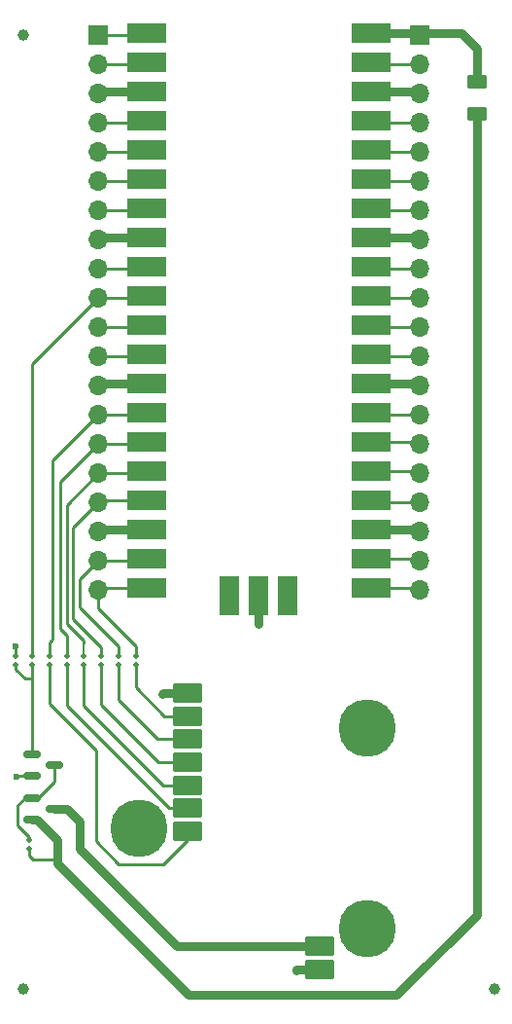
<source format=gbr>
%TF.GenerationSoftware,KiCad,Pcbnew,(6.0.4)*%
%TF.CreationDate,2022-11-15T10:47:26+01:00*%
%TF.ProjectId,tp1,7470312e-6b69-4636-9164-5f7063625858,rev?*%
%TF.SameCoordinates,Original*%
%TF.FileFunction,Copper,L1,Top*%
%TF.FilePolarity,Positive*%
%FSLAX46Y46*%
G04 Gerber Fmt 4.6, Leading zero omitted, Abs format (unit mm)*
G04 Created by KiCad (PCBNEW (6.0.4)) date 2022-11-15 10:47:26*
%MOMM*%
%LPD*%
G01*
G04 APERTURE LIST*
G04 Aperture macros list*
%AMRoundRect*
0 Rectangle with rounded corners*
0 $1 Rounding radius*
0 $2 $3 $4 $5 $6 $7 $8 $9 X,Y pos of 4 corners*
0 Add a 4 corners polygon primitive as box body*
4,1,4,$2,$3,$4,$5,$6,$7,$8,$9,$2,$3,0*
0 Add four circle primitives for the rounded corners*
1,1,$1+$1,$2,$3*
1,1,$1+$1,$4,$5*
1,1,$1+$1,$6,$7*
1,1,$1+$1,$8,$9*
0 Add four rect primitives between the rounded corners*
20,1,$1+$1,$2,$3,$4,$5,0*
20,1,$1+$1,$4,$5,$6,$7,0*
20,1,$1+$1,$6,$7,$8,$9,0*
20,1,$1+$1,$8,$9,$2,$3,0*%
G04 Aperture macros list end*
%TA.AperFunction,SMDPad,CuDef*%
%ADD10R,3.500000X1.700000*%
%TD*%
%TA.AperFunction,SMDPad,CuDef*%
%ADD11R,1.700000X3.500000*%
%TD*%
%TA.AperFunction,SMDPad,CuDef*%
%ADD12C,1.000000*%
%TD*%
%TA.AperFunction,ComponentPad*%
%ADD13R,1.700000X1.700000*%
%TD*%
%TA.AperFunction,ComponentPad*%
%ADD14O,1.700000X1.700000*%
%TD*%
%TA.AperFunction,SMDPad,CuDef*%
%ADD15RoundRect,0.250000X-0.625000X0.375000X-0.625000X-0.375000X0.625000X-0.375000X0.625000X0.375000X0*%
%TD*%
%TA.AperFunction,SMDPad,CuDef*%
%ADD16RoundRect,0.112500X0.112500X-0.112500X0.112500X0.112500X-0.112500X0.112500X-0.112500X-0.112500X0*%
%TD*%
%TA.AperFunction,SMDPad,CuDef*%
%ADD17RoundRect,0.150000X-0.587500X-0.150000X0.587500X-0.150000X0.587500X0.150000X-0.587500X0.150000X0*%
%TD*%
%TA.AperFunction,ComponentPad*%
%ADD18C,5.000000*%
%TD*%
%TA.AperFunction,SMDPad,CuDef*%
%ADD19RoundRect,0.112500X-0.112500X0.112500X-0.112500X-0.112500X0.112500X-0.112500X0.112500X0.112500X0*%
%TD*%
%TA.AperFunction,SMDPad,CuDef*%
%ADD20RoundRect,0.170000X1.130000X0.680000X-1.130000X0.680000X-1.130000X-0.680000X1.130000X-0.680000X0*%
%TD*%
%TA.AperFunction,SMDPad,CuDef*%
%ADD21RoundRect,0.170000X-1.130000X-0.680000X1.130000X-0.680000X1.130000X0.680000X-1.130000X0.680000X0*%
%TD*%
%TA.AperFunction,ViaPad*%
%ADD22C,0.600000*%
%TD*%
%TA.AperFunction,Conductor*%
%ADD23C,0.800000*%
%TD*%
%TA.AperFunction,Conductor*%
%ADD24C,0.250000*%
%TD*%
%TA.AperFunction,Conductor*%
%ADD25C,0.200000*%
%TD*%
G04 APERTURE END LIST*
D10*
%TO.P,U2,1,GPIO0*%
%TO.N,/PICO_0*%
X130710000Y-50870000D03*
%TO.P,U2,2,GPIO1*%
%TO.N,/PICO_1*%
X130710000Y-53410000D03*
%TO.P,U2,3,GND*%
%TO.N,GND*%
X130710000Y-55950000D03*
%TO.P,U2,4,GPIO2*%
%TO.N,/PICO_2*%
X130710000Y-58490000D03*
%TO.P,U2,5,GPIO3*%
%TO.N,/PICO_3*%
X130710000Y-61030000D03*
%TO.P,U2,6,GPIO4*%
%TO.N,/PICO_4*%
X130710000Y-63570000D03*
%TO.P,U2,7,GPIO5*%
%TO.N,/PICO_5*%
X130710000Y-66110000D03*
%TO.P,U2,8,GND*%
%TO.N,GND*%
X130710000Y-68650000D03*
%TO.P,U2,9,GPIO6*%
%TO.N,/PICO_6*%
X130710000Y-71190000D03*
%TO.P,U2,10,GPIO7*%
%TO.N,/5V_EN*%
X130710000Y-73730000D03*
%TO.P,U2,11,GPIO8*%
%TO.N,/TX_U*%
X130710000Y-76270000D03*
%TO.P,U2,12,GPIO9*%
%TO.N,/RX_U*%
X130710000Y-78810000D03*
%TO.P,U2,13,GND*%
%TO.N,GND*%
X130710000Y-81350000D03*
%TO.P,U2,14,GPIO10*%
%TO.N,/SCK_U*%
X130710000Y-83890000D03*
%TO.P,U2,15,GPIO11*%
%TO.N,/MOSI_U*%
X130710000Y-86430000D03*
%TO.P,U2,16,GPIO12*%
%TO.N,/SS_U*%
X130710000Y-88970000D03*
%TO.P,U2,17,GPIO13*%
%TO.N,/MISO_U*%
X130710000Y-91510000D03*
%TO.P,U2,18,GND*%
%TO.N,GND*%
X130710000Y-94050000D03*
%TO.P,U2,19,GPIO14*%
%TO.N,/CRESET_U*%
X130710000Y-96590000D03*
%TO.P,U2,20,GPIO15*%
%TO.N,/CDONE_U*%
X130710000Y-99130000D03*
%TO.P,U2,21,GPIO16*%
%TO.N,/RTS_U*%
X150290000Y-99130000D03*
%TO.P,U2,22,GPIO17*%
%TO.N,/CTS_U*%
X150290000Y-96590000D03*
%TO.P,U2,23,GND*%
%TO.N,GND*%
X150290000Y-94050000D03*
%TO.P,U2,24,GPIO18*%
%TO.N,/GPIO1_U*%
X150290000Y-91510000D03*
%TO.P,U2,25,GPIO19*%
%TO.N,/GPIO2_U*%
X150290000Y-88970000D03*
%TO.P,U2,26,GPIO20*%
%TO.N,/GPIO3_U*%
X150290000Y-86430000D03*
%TO.P,U2,27,GPIO21*%
%TO.N,/GPIO4_U*%
X150290000Y-83890000D03*
%TO.P,U2,28,GND*%
%TO.N,GND*%
X150290000Y-81350000D03*
%TO.P,U2,29,GPIO22*%
%TO.N,/PICO22*%
X150290000Y-78810000D03*
%TO.P,U2,30,RUN*%
%TO.N,/PICO_RUN*%
X150290000Y-76270000D03*
%TO.P,U2,31,GPIO26_ADC0*%
%TO.N,/PICO26*%
X150290000Y-73730000D03*
%TO.P,U2,32,GPIO27_ADC1*%
%TO.N,/PICO27*%
X150290000Y-71190000D03*
%TO.P,U2,33,AGND*%
%TO.N,GND*%
X150290000Y-68650000D03*
%TO.P,U2,34,GPIO28_ADC2*%
%TO.N,/PICO28*%
X150290000Y-66110000D03*
%TO.P,U2,35,ADC_VREF*%
%TO.N,/PICO_ADC_VREF*%
X150290000Y-63570000D03*
%TO.P,U2,36,3V3*%
%TO.N,/PICO_3V3*%
X150290000Y-61030000D03*
%TO.P,U2,37,3V3_EN*%
%TO.N,/PICO_3V3_EN*%
X150290000Y-58490000D03*
%TO.P,U2,38,GND*%
%TO.N,GND*%
X150290000Y-55950000D03*
%TO.P,U2,39,VSYS*%
%TO.N,/PICO_VSYS*%
X150290000Y-53410000D03*
%TO.P,U2,40,VBUS*%
%TO.N,+5V*%
X150290000Y-50870000D03*
D11*
%TO.P,U2,41,SWCLK*%
%TO.N,unconnected-(U2-Pad41)*%
X137960000Y-99800000D03*
%TO.P,U2,42,GND*%
%TO.N,GND*%
X140500000Y-99800000D03*
%TO.P,U2,43,SWDIO*%
%TO.N,unconnected-(U2-Pad43)*%
X143040000Y-99800000D03*
%TD*%
D12*
%TO.P,FID3,*%
%TO.N,*%
X120000000Y-134000000D03*
%TD*%
%TO.P,FID2,*%
%TO.N,*%
X120000000Y-51000000D03*
%TD*%
%TO.P,FID1,*%
%TO.N,*%
X161000000Y-134000000D03*
%TD*%
D13*
%TO.P,J2,1,Pin_1*%
%TO.N,+5V*%
X154500000Y-51000000D03*
D14*
%TO.P,J2,2,Pin_2*%
%TO.N,/PICO_VSYS*%
X154500000Y-53540000D03*
%TO.P,J2,3,Pin_3*%
%TO.N,GND*%
X154500000Y-56080000D03*
%TO.P,J2,4,Pin_4*%
%TO.N,/PICO_3V3_EN*%
X154500000Y-58620000D03*
%TO.P,J2,5,Pin_5*%
%TO.N,/PICO_3V3*%
X154500000Y-61160000D03*
%TO.P,J2,6,Pin_6*%
%TO.N,/PICO_ADC_VREF*%
X154500000Y-63700000D03*
%TO.P,J2,7,Pin_7*%
%TO.N,/PICO28*%
X154500000Y-66240000D03*
%TO.P,J2,8,Pin_8*%
%TO.N,GND*%
X154500000Y-68780000D03*
%TO.P,J2,9,Pin_9*%
%TO.N,/PICO27*%
X154500000Y-71320000D03*
%TO.P,J2,10,Pin_10*%
%TO.N,/PICO26*%
X154500000Y-73860000D03*
%TO.P,J2,11,Pin_11*%
%TO.N,/PICO_RUN*%
X154500000Y-76400000D03*
%TO.P,J2,12,Pin_12*%
%TO.N,/PICO22*%
X154500000Y-78940000D03*
%TO.P,J2,13,Pin_13*%
%TO.N,GND*%
X154500000Y-81480000D03*
%TO.P,J2,14,Pin_14*%
%TO.N,/GPIO4_U*%
X154500000Y-84020000D03*
%TO.P,J2,15,Pin_15*%
%TO.N,/GPIO3_U*%
X154500000Y-86560000D03*
%TO.P,J2,16,Pin_16*%
%TO.N,/GPIO2_U*%
X154500000Y-89100000D03*
%TO.P,J2,17,Pin_17*%
%TO.N,/GPIO1_U*%
X154500000Y-91640000D03*
%TO.P,J2,18,Pin_18*%
%TO.N,GND*%
X154500000Y-94180000D03*
%TO.P,J2,19,Pin_19*%
%TO.N,/CTS_U*%
X154500000Y-96720000D03*
%TO.P,J2,20,Pin_20*%
%TO.N,/RTS_U*%
X154500000Y-99260000D03*
%TD*%
D15*
%TO.P,F1,1*%
%TO.N,+5V*%
X159500000Y-55100000D03*
%TO.P,F1,2*%
%TO.N,/5V_FUSE*%
X159500000Y-57900000D03*
%TD*%
D16*
%TO.P,R12,1*%
%TO.N,/MOSI*%
X123750000Y-105800000D03*
%TO.P,R12,2*%
%TO.N,/MOSI_U*%
X123750000Y-105000000D03*
%TD*%
D13*
%TO.P,J1,1,Pin_1*%
%TO.N,/PICO_0*%
X126500000Y-51000000D03*
D14*
%TO.P,J1,2,Pin_2*%
%TO.N,/PICO_1*%
X126500000Y-53540000D03*
%TO.P,J1,3,Pin_3*%
%TO.N,GND*%
X126500000Y-56080000D03*
%TO.P,J1,4,Pin_4*%
%TO.N,/PICO_2*%
X126500000Y-58620000D03*
%TO.P,J1,5,Pin_5*%
%TO.N,/PICO_3*%
X126500000Y-61160000D03*
%TO.P,J1,6,Pin_6*%
%TO.N,/PICO_4*%
X126500000Y-63700000D03*
%TO.P,J1,7,Pin_7*%
%TO.N,/PICO_5*%
X126500000Y-66240000D03*
%TO.P,J1,8,Pin_8*%
%TO.N,GND*%
X126500000Y-68780000D03*
%TO.P,J1,9,Pin_9*%
%TO.N,/PICO_6*%
X126500000Y-71320000D03*
%TO.P,J1,10,Pin_10*%
%TO.N,/5V_EN*%
X126500000Y-73860000D03*
%TO.P,J1,11,Pin_11*%
%TO.N,/TX_U*%
X126500000Y-76400000D03*
%TO.P,J1,12,Pin_12*%
%TO.N,/RX_U*%
X126500000Y-78940000D03*
%TO.P,J1,13,Pin_13*%
%TO.N,GND*%
X126500000Y-81480000D03*
%TO.P,J1,14,Pin_14*%
%TO.N,/SCK_U*%
X126500000Y-84020000D03*
%TO.P,J1,15,Pin_15*%
%TO.N,/MOSI_U*%
X126500000Y-86560000D03*
%TO.P,J1,16,Pin_16*%
%TO.N,/SS_U*%
X126500000Y-89100000D03*
%TO.P,J1,17,Pin_17*%
%TO.N,/MISO_U*%
X126500000Y-91640000D03*
%TO.P,J1,18,Pin_18*%
%TO.N,GND*%
X126500000Y-94180000D03*
%TO.P,J1,19,Pin_19*%
%TO.N,/CRESET_U*%
X126500000Y-96720000D03*
%TO.P,J1,20,Pin_20*%
%TO.N,/CDONE_U*%
X126500000Y-99260000D03*
%TD*%
D16*
%TO.P,R14,1*%
%TO.N,/MISO*%
X126750000Y-105800000D03*
%TO.P,R14,2*%
%TO.N,/MISO_U*%
X126750000Y-105000000D03*
%TD*%
%TO.P,R11,1*%
%TO.N,/SCK*%
X122250000Y-105800000D03*
%TO.P,R11,2*%
%TO.N,/SCK_U*%
X122250000Y-105000000D03*
%TD*%
%TO.P,R13,1*%
%TO.N,/SS*%
X125250000Y-105800000D03*
%TO.P,R13,2*%
%TO.N,/SS_U*%
X125250000Y-105000000D03*
%TD*%
D17*
%TO.P,Q1,1,G*%
%TO.N,Net-(Q1-Pad1)*%
X120762500Y-113540000D03*
%TO.P,Q1,2,S*%
%TO.N,GND*%
X120762500Y-115440000D03*
%TO.P,Q1,3,D*%
%TO.N,Net-(Q1-Pad3)*%
X122637500Y-114490000D03*
%TD*%
D18*
%TO.P,JIG1,M1*%
%TO.N,N/C*%
X130050000Y-120000000D03*
%TO.P,JIG1,M2*%
X149950000Y-128750000D03*
%TO.P,JIG1,M3*%
X149950000Y-111250000D03*
%TD*%
D19*
%TO.P,R8,1*%
%TO.N,Net-(Q1-Pad3)*%
X120500000Y-121000000D03*
%TO.P,R8,2*%
%TO.N,/5V_FUSE*%
X120500000Y-121800000D03*
%TD*%
D17*
%TO.P,Q2,1,G*%
%TO.N,Net-(Q1-Pad3)*%
X120762500Y-117350000D03*
%TO.P,Q2,2,S*%
%TO.N,/5V_FUSE*%
X120762500Y-119250000D03*
%TO.P,Q2,3,D*%
%TO.N,/5V_DUT*%
X122637500Y-118300000D03*
%TD*%
D20*
%TO.P,J4,1,1*%
%TO.N,/SCK*%
X134250000Y-120250000D03*
%TO.P,J4,2,2*%
%TO.N,/MOSI*%
X134250000Y-118250000D03*
%TO.P,J4,3,3*%
%TO.N,/SS*%
X134250000Y-116250000D03*
%TO.P,J4,4,4*%
%TO.N,/MISO*%
X134250000Y-114250000D03*
%TO.P,J4,5,5*%
%TO.N,/CRESET*%
X134250000Y-112250000D03*
%TO.P,J4,6,6*%
%TO.N,/CDONE*%
X134250000Y-110250000D03*
%TO.P,J4,7,7*%
%TO.N,GND*%
X134250000Y-108250000D03*
%TD*%
D21*
%TO.P,J3,1,1*%
%TO.N,/5V_DUT*%
X145750000Y-130250000D03*
%TO.P,J3,2,2*%
%TO.N,GND*%
X145750000Y-132250000D03*
%TD*%
D16*
%TO.P,R16,1*%
%TO.N,/CDONE*%
X129750000Y-105800000D03*
%TO.P,R16,2*%
%TO.N,/CDONE_U*%
X129750000Y-105000000D03*
%TD*%
D19*
%TO.P,R17,1*%
%TO.N,/5V_EN*%
X120750000Y-105000000D03*
%TO.P,R17,2*%
%TO.N,Net-(Q1-Pad1)*%
X120750000Y-105800000D03*
%TD*%
D16*
%TO.P,R15,1*%
%TO.N,/CRESET*%
X128250000Y-105800000D03*
%TO.P,R15,2*%
%TO.N,/CRESET_U*%
X128250000Y-105000000D03*
%TD*%
D19*
%TO.P,R7,1*%
%TO.N,GND*%
X119300000Y-105000000D03*
%TO.P,R7,2*%
%TO.N,Net-(Q1-Pad1)*%
X119300000Y-105800000D03*
%TD*%
D22*
%TO.N,GND*%
X132100000Y-108300000D03*
X119300000Y-104200000D03*
X119380000Y-115500000D03*
X140500000Y-102200000D03*
X143750000Y-132350000D03*
%TD*%
D23*
%TO.N,GND*%
X154370000Y-68650000D02*
X154500000Y-68780000D01*
X149390000Y-55950000D02*
X154370000Y-55950000D01*
X149390000Y-68650000D02*
X154370000Y-68650000D01*
D24*
X119300000Y-105000000D02*
X119300000Y-104140000D01*
D23*
X134250000Y-108250000D02*
X132150000Y-108250000D01*
X154370000Y-81350000D02*
X154500000Y-81480000D01*
X131610000Y-94050000D02*
X126630000Y-94050000D01*
X126630000Y-55950000D02*
X126500000Y-56080000D01*
X126630000Y-81350000D02*
X126500000Y-81480000D01*
X143800000Y-132300000D02*
X143750000Y-132350000D01*
D24*
X120762500Y-115440000D02*
X119440000Y-115440000D01*
X119440000Y-115440000D02*
X119380000Y-115500000D01*
D23*
X131610000Y-55950000D02*
X126630000Y-55950000D01*
X132150000Y-108250000D02*
X132100000Y-108300000D01*
X131610000Y-68650000D02*
X126630000Y-68650000D01*
X126630000Y-68650000D02*
X126500000Y-68780000D01*
X149390000Y-94050000D02*
X154370000Y-94050000D01*
X149390000Y-81350000D02*
X154370000Y-81350000D01*
X154370000Y-55950000D02*
X154500000Y-56080000D01*
X145700000Y-132300000D02*
X143800000Y-132300000D01*
X126630000Y-94050000D02*
X126500000Y-94180000D01*
X131610000Y-81350000D02*
X126630000Y-81350000D01*
X140500000Y-98900000D02*
X140500000Y-102200000D01*
%TO.N,+5V*%
X159500000Y-52200000D02*
X159500000Y-55100000D01*
X149390000Y-50870000D02*
X158170000Y-50870000D01*
X158170000Y-50870000D02*
X159500000Y-52200000D01*
D24*
%TO.N,/PICO28*%
X149520000Y-66240000D02*
X149390000Y-66110000D01*
X154500000Y-66240000D02*
X149520000Y-66240000D01*
%TO.N,/PICO27*%
X149520000Y-71320000D02*
X149390000Y-71190000D01*
X154500000Y-71320000D02*
X149520000Y-71320000D01*
%TO.N,/PICO26*%
X154500000Y-73860000D02*
X149520000Y-73860000D01*
X149520000Y-73860000D02*
X149390000Y-73730000D01*
%TO.N,/CDONE*%
X129750000Y-107750000D02*
X132250000Y-110250000D01*
X129750000Y-105800000D02*
X129750000Y-107750000D01*
X132250000Y-110250000D02*
X134250000Y-110250000D01*
%TO.N,/CRESET*%
X131650000Y-112250000D02*
X128250000Y-108850000D01*
X128250000Y-108850000D02*
X128250000Y-105800000D01*
X134250000Y-112250000D02*
X131650000Y-112250000D01*
%TO.N,/MISO*%
X126750000Y-109250000D02*
X131750000Y-114250000D01*
X131750000Y-114250000D02*
X134250000Y-114250000D01*
X126750000Y-105800000D02*
X126750000Y-109250000D01*
%TO.N,/SS*%
X132150000Y-116250000D02*
X125250000Y-109350000D01*
X134250000Y-116250000D02*
X132150000Y-116250000D01*
X125250000Y-109350000D02*
X125250000Y-105800000D01*
%TO.N,/MOSI*%
X132650000Y-118250000D02*
X134250000Y-118250000D01*
X123750000Y-105800000D02*
X123750000Y-109350000D01*
X123750000Y-109350000D02*
X132650000Y-118250000D01*
%TO.N,/SCK*%
X122250000Y-109150000D02*
X122250000Y-105800000D01*
X126300000Y-121100000D02*
X126300000Y-113200000D01*
X128300000Y-123100000D02*
X126300000Y-121100000D01*
X126300000Y-113200000D02*
X122250000Y-109150000D01*
X134250000Y-121050000D02*
X132200000Y-123100000D01*
X132200000Y-123100000D02*
X128300000Y-123100000D01*
X134250000Y-120250000D02*
X134250000Y-121050000D01*
%TO.N,/PICO_0*%
X131480000Y-51000000D02*
X131610000Y-50870000D01*
X126500000Y-51000000D02*
X131480000Y-51000000D01*
%TO.N,/PICO_1*%
X131480000Y-53540000D02*
X131610000Y-53410000D01*
X126500000Y-53540000D02*
X131480000Y-53540000D01*
%TO.N,/PICO_2*%
X126500000Y-58620000D02*
X131480000Y-58620000D01*
X131480000Y-58620000D02*
X131610000Y-58490000D01*
%TO.N,/PICO_3*%
X126500000Y-61160000D02*
X131480000Y-61160000D01*
X131480000Y-61160000D02*
X131610000Y-61030000D01*
%TO.N,/PICO_4*%
X131480000Y-63700000D02*
X131610000Y-63570000D01*
X126500000Y-63700000D02*
X131480000Y-63700000D01*
%TO.N,/PICO_5*%
X126500000Y-66240000D02*
X131480000Y-66240000D01*
X131480000Y-66240000D02*
X131610000Y-66110000D01*
%TO.N,/PICO_6*%
X131480000Y-71320000D02*
X131610000Y-71190000D01*
X126500000Y-71320000D02*
X131480000Y-71320000D01*
%TO.N,/PICO_VSYS*%
X154500000Y-53540000D02*
X149520000Y-53540000D01*
X149520000Y-53540000D02*
X149390000Y-53410000D01*
%TO.N,/PICO_3V3_EN*%
X149520000Y-58620000D02*
X149390000Y-58490000D01*
X154500000Y-58620000D02*
X149520000Y-58620000D01*
%TO.N,/PICO_3V3*%
X149520000Y-61160000D02*
X149390000Y-61030000D01*
X154500000Y-61160000D02*
X149520000Y-61160000D01*
%TO.N,/PICO_ADC_VREF*%
X154500000Y-63700000D02*
X149520000Y-63700000D01*
X149520000Y-63700000D02*
X149390000Y-63570000D01*
%TO.N,/PICO_RUN*%
X154500000Y-76400000D02*
X149520000Y-76400000D01*
%TO.N,/PICO22*%
X149520000Y-78940000D02*
X149390000Y-78810000D01*
X154500000Y-78940000D02*
X149520000Y-78940000D01*
%TO.N,/TX_U*%
X131480000Y-76400000D02*
X131610000Y-76270000D01*
X126500000Y-76400000D02*
X131480000Y-76400000D01*
%TO.N,/RX_U*%
X131480000Y-78940000D02*
X131610000Y-78810000D01*
X126500000Y-78940000D02*
X131480000Y-78940000D01*
%TO.N,/SCK_U*%
X122540000Y-103560000D02*
X122250000Y-103850000D01*
X126500000Y-84020000D02*
X131480000Y-84020000D01*
X122250000Y-103850000D02*
X122250000Y-105000000D01*
X131480000Y-84020000D02*
X131610000Y-83890000D01*
X122540000Y-87980000D02*
X122540000Y-103560000D01*
X126500000Y-84020000D02*
X122540000Y-87980000D01*
%TO.N,/MOSI_U*%
X123170000Y-102670000D02*
X123750000Y-103250000D01*
X131480000Y-86560000D02*
X131610000Y-86430000D01*
X126500000Y-86560000D02*
X131480000Y-86560000D01*
X123750000Y-103250000D02*
X123750000Y-105000000D01*
X126500000Y-86560000D02*
X123170000Y-89890000D01*
X123170000Y-89890000D02*
X123170000Y-102670000D01*
%TO.N,/SS_U*%
X126500000Y-89100000D02*
X123740000Y-91860000D01*
X125250000Y-103700000D02*
X125250000Y-103950000D01*
D25*
X125250000Y-105000000D02*
X125250000Y-103950000D01*
D24*
X123740000Y-91860000D02*
X123740000Y-102190000D01*
X131480000Y-89100000D02*
X131610000Y-88970000D01*
X123740000Y-102190000D02*
X125250000Y-103700000D01*
X126500000Y-89100000D02*
X131480000Y-89100000D01*
%TO.N,/MISO_U*%
X126630000Y-91510000D02*
X126500000Y-91640000D01*
X126750000Y-104250000D02*
X126750000Y-105000000D01*
X131610000Y-91510000D02*
X126630000Y-91510000D01*
X124300000Y-101800000D02*
X126750000Y-104250000D01*
X124300000Y-93840000D02*
X124300000Y-101800000D01*
X126500000Y-91640000D02*
X124300000Y-93840000D01*
%TO.N,/CRESET_U*%
X128250000Y-104150000D02*
X128250000Y-105000000D01*
X124900000Y-100800000D02*
X128250000Y-104150000D01*
X126500000Y-96720000D02*
X124900000Y-98320000D01*
X124900000Y-98320000D02*
X124900000Y-100800000D01*
X126500000Y-96720000D02*
X131480000Y-96720000D01*
X131480000Y-96720000D02*
X131610000Y-96590000D01*
%TO.N,/CDONE_U*%
X126630000Y-99130000D02*
X126500000Y-99260000D01*
X131610000Y-99130000D02*
X126630000Y-99130000D01*
X126500000Y-99260000D02*
X126500000Y-100900000D01*
X129750000Y-104150000D02*
X129750000Y-105000000D01*
X126500000Y-100900000D02*
X129750000Y-104150000D01*
%TO.N,/GPIO4_U*%
X149390000Y-83890000D02*
X149520000Y-84020000D01*
X149520000Y-84020000D02*
X154500000Y-84020000D01*
%TO.N,/GPIO3_U*%
X149390000Y-86430000D02*
X154370000Y-86430000D01*
%TO.N,/GPIO2_U*%
X149390000Y-88970000D02*
X154370000Y-88970000D01*
%TO.N,/GPIO1_U*%
X149520000Y-91640000D02*
X154500000Y-91640000D01*
X149390000Y-91510000D02*
X149520000Y-91640000D01*
%TO.N,/CTS_U*%
X149390000Y-96590000D02*
X154370000Y-96590000D01*
%TO.N,/RTS_U*%
X149390000Y-99130000D02*
X154370000Y-99130000D01*
%TO.N,/5V_EN*%
X131480000Y-73860000D02*
X126500000Y-73860000D01*
X120700000Y-103950000D02*
X120750000Y-104000000D01*
X120700000Y-79660000D02*
X120700000Y-103950000D01*
X120750000Y-104000000D02*
X120750000Y-105000000D01*
X126500000Y-73860000D02*
X120700000Y-79660000D01*
X131610000Y-73730000D02*
X131480000Y-73860000D01*
%TO.N,Net-(Q1-Pad3)*%
X120500000Y-120750000D02*
X119500000Y-119750000D01*
X119500000Y-119750000D02*
X119500000Y-118000000D01*
X120150000Y-117350000D02*
X120762500Y-117350000D01*
X120500000Y-121000000D02*
X120500000Y-120750000D01*
X121230000Y-117350000D02*
X120762500Y-117350000D01*
X119500000Y-118000000D02*
X120150000Y-117350000D01*
X122637500Y-114490000D02*
X122637500Y-115942500D01*
X122637500Y-115942500D02*
X121230000Y-117350000D01*
D23*
%TO.N,/5V_DUT*%
X124900000Y-119400000D02*
X123800000Y-118300000D01*
X145750000Y-130250000D02*
X133350000Y-130250000D01*
X124900000Y-121800000D02*
X124900000Y-119400000D01*
X123800000Y-118300000D02*
X122637500Y-118300000D01*
X133350000Y-130250000D02*
X124900000Y-121800000D01*
%TO.N,/5V_FUSE*%
X121150000Y-119250000D02*
X120762500Y-119250000D01*
X134337500Y-134500000D02*
X152500000Y-134500000D01*
X159500000Y-127500000D02*
X159500000Y-57900000D01*
X122900000Y-123062500D02*
X134337500Y-134500000D01*
X152500000Y-134500000D02*
X159500000Y-127500000D01*
D24*
X120500000Y-122400000D02*
X120500000Y-121800000D01*
X120800000Y-122700000D02*
X120500000Y-122400000D01*
D23*
X122900000Y-122700000D02*
X122900000Y-121000000D01*
X122900000Y-121000000D02*
X121150000Y-119250000D01*
D24*
X122900000Y-122700000D02*
X120800000Y-122700000D01*
D23*
X122900000Y-122700000D02*
X122900000Y-123062500D01*
D24*
%TO.N,Net-(Q1-Pad1)*%
X119300000Y-105800000D02*
X119300000Y-106175000D01*
X120750000Y-107000000D02*
X120125000Y-107000000D01*
X120750000Y-113527500D02*
X120762500Y-113540000D01*
X120750000Y-107000000D02*
X120750000Y-113527500D01*
X119300000Y-106175000D02*
X120125000Y-107000000D01*
X120750000Y-105800000D02*
X120750000Y-107000000D01*
%TD*%
M02*

</source>
